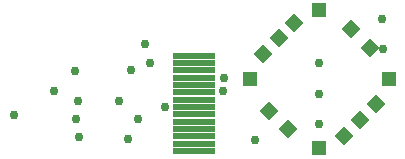
<source format=gts>
G04*
G04 #@! TF.GenerationSoftware,Altium Limited,Altium Designer,20.2.6 (244)*
G04*
G04 Layer_Color=8388736*
%FSLAX25Y25*%
%MOIN*%
G70*
G04*
G04 #@! TF.SameCoordinates,1782C56F-5B0B-48C2-A17B-6D9890C7136C*
G04*
G04*
G04 #@! TF.FilePolarity,Negative*
G04*
G01*
G75*
%ADD14R,0.14370X0.01850*%
%ADD15P,0.06403X4X90.0*%
%ADD16R,0.04528X0.04528*%
%ADD17R,0.04528X0.04528*%
%ADD18C,0.02953*%
D14*
X401142Y277244D02*
D03*
Y279685D02*
D03*
Y282126D02*
D03*
Y284567D02*
D03*
Y287008D02*
D03*
Y289449D02*
D03*
Y291890D02*
D03*
Y294331D02*
D03*
Y296772D02*
D03*
Y299213D02*
D03*
Y301654D02*
D03*
Y304095D02*
D03*
Y306535D02*
D03*
Y308976D02*
D03*
D15*
X432466Y284438D02*
D03*
X459748Y311720D02*
D03*
X453623Y317844D02*
D03*
X426341Y290562D02*
D03*
X424114Y309493D02*
D03*
X429403Y314782D02*
D03*
X434693Y320071D02*
D03*
X451396Y282210D02*
D03*
X456685Y287500D02*
D03*
X461975Y292789D02*
D03*
D16*
X466076Y301141D02*
D03*
X420013D02*
D03*
D17*
X443044Y324172D02*
D03*
Y278110D02*
D03*
D18*
X361642Y303746D02*
D03*
X354533Y297291D02*
D03*
X391693Y291850D02*
D03*
X341260Y289331D02*
D03*
X380315Y304331D02*
D03*
X362953Y281811D02*
D03*
X410984Y297402D02*
D03*
X411096Y301738D02*
D03*
X362520Y293779D02*
D03*
X379291Y281339D02*
D03*
X386575Y306653D02*
D03*
X384921Y313071D02*
D03*
X376339Y294016D02*
D03*
X362047Y287913D02*
D03*
X382598Y287835D02*
D03*
X421732Y281063D02*
D03*
X442795Y286221D02*
D03*
X442874Y296260D02*
D03*
Y306417D02*
D03*
X464055Y321102D02*
D03*
X464252Y311181D02*
D03*
M02*

</source>
